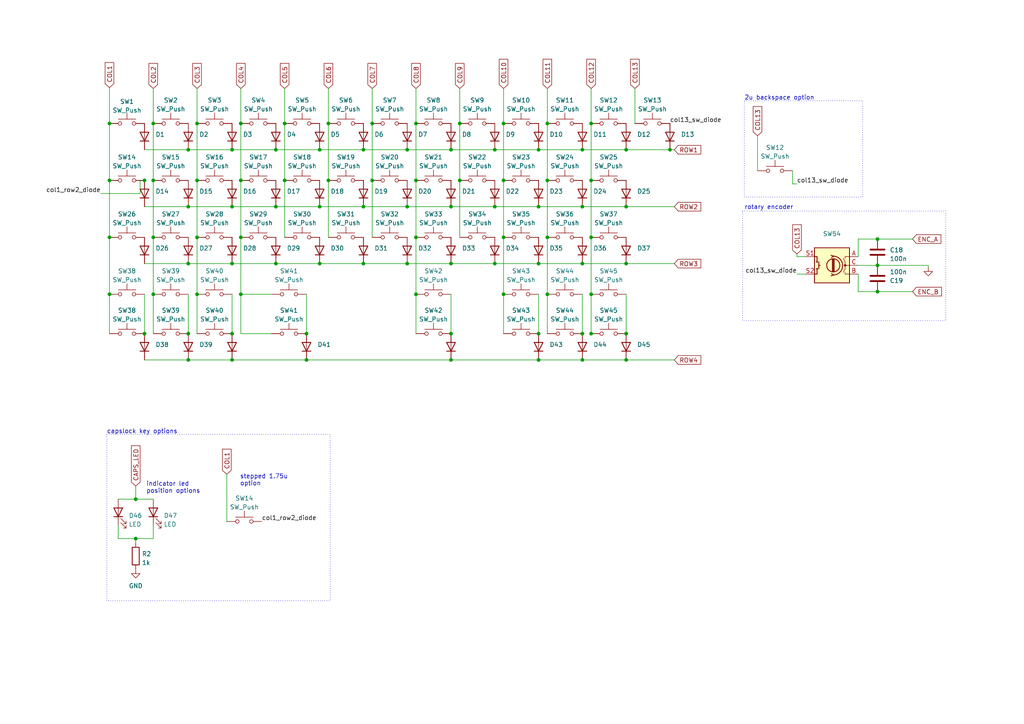
<source format=kicad_sch>
(kicad_sch (version 20230121) (generator eeschema)
  (paper "A4")
  (title_block (title "Bully2040 - MX/Alps") (date "2023-06-23") (rev "0.1") (company "sporkus"))
  (junction (at 130.81 104.394))
  (junction (at 92.71 76.454))
  (junction (at 158.75 85.344))
  (junction (at 118.11 59.944))
  (junction (at 69.85 68.834))
  (junction (at 194.31 43.434))
  (junction (at 39.37 156.21))
  (junction (at 120.65 35.814))
  (junction (at 133.35 52.324))
  (junction (at 168.91 59.944))
  (junction (at 31.75 35.814))
  (junction (at 54.61 96.774))
  (junction (at 143.51 43.434))
  (junction (at 254.508 76.962))
  (junction (at 168.91 96.774))
  (junction (at 31.75 52.324))
  (junction (at 44.45 52.324))
  (junction (at 44.45 68.834))
  (junction (at 80.01 43.434))
  (junction (at 181.61 96.774))
  (junction (at 168.91 104.394))
  (junction (at 146.05 68.834))
  (junction (at 143.51 76.454))
  (junction (at 107.95 35.814))
  (junction (at 88.9 96.774))
  (junction (at 39.37 144.78))
  (junction (at 120.65 85.344))
  (junction (at 120.65 52.324))
  (junction (at 41.91 52.324))
  (junction (at 254.508 84.582))
  (junction (at 67.31 43.434))
  (junction (at 54.61 76.454))
  (junction (at 92.71 43.434))
  (junction (at 171.45 85.344))
  (junction (at 67.31 59.944))
  (junction (at 67.31 104.394))
  (junction (at 168.91 76.454))
  (junction (at 156.21 76.454))
  (junction (at 181.61 59.944))
  (junction (at 95.25 52.324))
  (junction (at 254.508 69.342))
  (junction (at 105.41 59.944))
  (junction (at 171.45 52.324))
  (junction (at 92.71 59.944))
  (junction (at 80.01 59.944))
  (junction (at 130.81 96.774))
  (junction (at 57.15 68.834))
  (junction (at 168.91 43.434))
  (junction (at 67.31 96.774))
  (junction (at 57.15 35.814))
  (junction (at 57.15 52.324))
  (junction (at 156.21 43.434))
  (junction (at 95.25 35.814))
  (junction (at 105.41 43.434))
  (junction (at 171.45 68.834))
  (junction (at 54.61 43.434))
  (junction (at 171.45 96.774))
  (junction (at 69.85 52.324))
  (junction (at 146.05 85.344))
  (junction (at 67.31 76.454))
  (junction (at 171.45 35.814))
  (junction (at 156.21 96.774))
  (junction (at 118.11 76.454))
  (junction (at 156.21 59.944))
  (junction (at 54.61 104.394))
  (junction (at 143.51 59.944))
  (junction (at 82.55 52.324))
  (junction (at 181.61 76.454))
  (junction (at 82.55 35.814))
  (junction (at 158.75 35.814))
  (junction (at 156.21 104.394))
  (junction (at 107.95 52.324))
  (junction (at 41.91 96.774))
  (junction (at 88.9 104.394))
  (junction (at 69.85 35.814))
  (junction (at 69.85 85.344))
  (junction (at 31.75 85.344))
  (junction (at 105.41 76.454))
  (junction (at 158.75 52.324))
  (junction (at 44.45 35.814))
  (junction (at 181.61 104.394))
  (junction (at 130.81 59.944))
  (junction (at 181.61 43.434))
  (junction (at 158.75 68.834))
  (junction (at 146.05 35.814))
  (junction (at 31.75 68.834))
  (junction (at 57.15 85.344))
  (junction (at 44.45 85.344))
  (junction (at 54.61 59.944))
  (junction (at 118.11 43.434))
  (junction (at 146.05 52.324))
  (junction (at 133.35 35.814))
  (junction (at 120.65 68.834))
  (junction (at 130.81 43.434))
  (junction (at 80.01 76.454))
  (junction (at 130.81 76.454))
  (wire (pts (xy 156.21 59.944) (xy 168.91 59.944)))
  (wire (pts (xy 219.71 39.37) (xy 219.71 49.53)))
  (wire (pts (xy 95.25 25.654) (xy 95.25 35.814)))
  (wire (pts (xy 95.25 52.324) (xy 95.25 68.834)))
  (wire (pts (xy 54.61 43.434) (xy 67.31 43.434)))
  (wire (pts (xy 31.75 52.324) (xy 31.75 68.834)))
  (wire (pts (xy 133.35 35.814) (xy 133.35 52.324)))
  (wire (pts (xy 254.508 76.962) (xy 248.92 76.962)))
  (wire (pts (xy 82.55 52.324) (xy 82.55 68.834)))
  (wire (pts (xy 231.14 73.66) (xy 231.14 74.422)))
  (wire (pts (xy 39.37 157.48) (xy 39.37 156.21)))
  (wire (pts (xy 156.21 43.434) (xy 168.91 43.434)))
  (wire (pts (xy 41.91 59.944) (xy 54.61 59.944)))
  (wire (pts (xy 156.21 76.454) (xy 168.91 76.454)))
  (wire (pts (xy 54.61 85.344) (xy 54.61 96.774)))
  (wire (pts (xy 130.81 85.344) (xy 130.81 96.774)))
  (wire (pts (xy 80.01 59.944) (xy 92.71 59.944)))
  (wire (pts (xy 120.65 52.324) (xy 120.65 68.834)))
  (wire (pts (xy 156.21 85.344) (xy 156.21 96.774)))
  (wire (pts (xy 171.45 85.344) (xy 171.45 96.774)))
  (wire (pts (xy 34.29 144.78) (xy 39.37 144.78)))
  (wire (pts (xy 171.45 85.344) (xy 171.704 85.344)))
  (wire (pts (xy 39.37 144.78) (xy 44.45 144.78)))
  (wire (pts (xy 181.61 104.394) (xy 195.58 104.394)))
  (wire (pts (xy 168.91 85.344) (xy 168.91 96.774)))
  (wire (pts (xy 69.85 68.834) (xy 69.85 85.344)))
  (wire (pts (xy 120.65 35.814) (xy 120.65 52.324)))
  (wire (pts (xy 229.87 49.53) (xy 229.87 53.34)))
  (wire (pts (xy 40.64 52.324) (xy 41.91 52.324)))
  (wire (pts (xy 57.15 68.834) (xy 57.15 85.344)))
  (wire (pts (xy 41.91 85.344) (xy 41.91 96.774)))
  (wire (pts (xy 120.65 25.654) (xy 120.65 35.814)))
  (wire (pts (xy 44.45 152.4) (xy 44.45 156.21)))
  (wire (pts (xy 146.05 52.324) (xy 146.05 68.834)))
  (wire (pts (xy 130.81 59.944) (xy 143.51 59.944)))
  (wire (pts (xy 181.61 43.434) (xy 194.31 43.434)))
  (wire (pts (xy 158.75 25.654) (xy 158.75 35.814)))
  (wire (pts (xy 158.75 52.324) (xy 158.75 68.834)))
  (wire (pts (xy 31.75 25.4) (xy 31.75 35.814)))
  (wire (pts (xy 88.9 104.394) (xy 130.81 104.394)))
  (wire (pts (xy 146.05 68.834) (xy 146.05 85.344)))
  (wire (pts (xy 31.75 35.814) (xy 31.75 52.324)))
  (wire (pts (xy 171.45 35.814) (xy 171.45 52.324)))
  (wire (pts (xy 146.05 25.654) (xy 146.05 35.814)))
  (wire (pts (xy 105.41 43.434) (xy 118.11 43.434)))
  (wire (pts (xy 67.31 43.434) (xy 80.01 43.434)))
  (wire (pts (xy 39.37 140.97) (xy 39.37 144.78)))
  (wire (pts (xy 143.51 59.944) (xy 156.21 59.944)))
  (wire (pts (xy 120.65 85.344) (xy 120.65 96.774)))
  (wire (pts (xy 69.85 35.814) (xy 69.85 52.324)))
  (wire (pts (xy 254.508 84.582) (xy 248.92 84.582)))
  (wire (pts (xy 171.45 68.834) (xy 171.45 85.344)))
  (wire (pts (xy 31.75 85.344) (xy 31.75 96.774)))
  (wire (pts (xy 31.75 68.834) (xy 31.75 85.344)))
  (wire (pts (xy 254.508 84.582) (xy 264.668 84.582)))
  (wire (pts (xy 69.85 85.344) (xy 69.85 96.774)))
  (wire (pts (xy 92.71 43.434) (xy 105.41 43.434)))
  (wire (pts (xy 57.15 25.654) (xy 57.15 35.814)))
  (wire (pts (xy 65.786 137.541) (xy 65.786 151.257)))
  (wire (pts (xy 158.75 35.814) (xy 158.75 52.324)))
  (wire (pts (xy 143.51 76.454) (xy 156.21 76.454)))
  (wire (pts (xy 254.508 69.342) (xy 248.92 69.342)))
  (wire (pts (xy 67.31 104.394) (xy 88.9 104.394)))
  (wire (pts (xy 107.95 35.814) (xy 107.95 52.324)))
  (wire (pts (xy 44.45 52.324) (xy 44.45 68.834)))
  (wire (pts (xy 156.21 104.394) (xy 168.91 104.394)))
  (wire (pts (xy 181.61 76.454) (xy 195.58 76.454)))
  (wire (pts (xy 158.75 85.344) (xy 158.75 96.774)))
  (wire (pts (xy 39.37 156.21) (xy 44.45 156.21)))
  (wire (pts (xy 69.85 96.774) (xy 78.74 96.774)))
  (wire (pts (xy 195.58 43.434) (xy 194.31 43.434)))
  (wire (pts (xy 118.11 43.434) (xy 130.81 43.434)))
  (wire (pts (xy 67.31 85.344) (xy 67.31 96.774)))
  (wire (pts (xy 146.05 85.344) (xy 146.05 96.774)))
  (wire (pts (xy 118.11 59.944) (xy 130.81 59.944)))
  (wire (pts (xy 269.24 76.962) (xy 254.508 76.962)))
  (wire (pts (xy 171.45 25.654) (xy 171.45 35.814)))
  (wire (pts (xy 88.9 85.344) (xy 88.9 96.774)))
  (wire (pts (xy 248.92 69.342) (xy 248.92 74.422)))
  (wire (pts (xy 54.61 76.454) (xy 67.31 76.454)))
  (wire (pts (xy 118.11 76.454) (xy 130.81 76.454)))
  (wire (pts (xy 146.05 35.814) (xy 146.05 52.324)))
  (wire (pts (xy 229.87 53.34) (xy 231.14 53.34)))
  (wire (pts (xy 82.55 35.814) (xy 82.55 52.324)))
  (wire (pts (xy 57.15 52.324) (xy 57.15 68.834)))
  (wire (pts (xy 107.95 52.324) (xy 107.95 68.834)))
  (wire (pts (xy 130.81 76.454) (xy 143.51 76.454)))
  (wire (pts (xy 171.45 96.774) (xy 171.704 96.774)))
  (wire (pts (xy 41.91 43.434) (xy 54.61 43.434)))
  (wire (pts (xy 248.92 79.502) (xy 248.92 84.582)))
  (wire (pts (xy 184.15 25.654) (xy 184.15 35.814)))
  (wire (pts (xy 269.24 77.47) (xy 269.24 76.962)))
  (wire (pts (xy 41.91 104.394) (xy 54.61 104.394)))
  (wire (pts (xy 130.81 43.434) (xy 143.51 43.434)))
  (wire (pts (xy 181.61 85.344) (xy 181.61 96.774)))
  (wire (pts (xy 120.65 68.834) (xy 120.65 85.344)))
  (wire (pts (xy 57.15 85.344) (xy 57.15 96.774)))
  (wire (pts (xy 67.31 76.454) (xy 80.01 76.454)))
  (wire (pts (xy 44.45 85.344) (xy 44.45 96.774)))
  (wire (pts (xy 80.01 76.454) (xy 92.71 76.454)))
  (wire (pts (xy 82.55 25.654) (xy 82.55 35.814)))
  (wire (pts (xy 44.45 35.814) (xy 44.45 52.324)))
  (wire (pts (xy 130.81 104.394) (xy 156.21 104.394)))
  (wire (pts (xy 158.75 68.834) (xy 158.75 85.344)))
  (wire (pts (xy 54.61 59.944) (xy 67.31 59.944)))
  (wire (pts (xy 41.91 76.454) (xy 54.61 76.454)))
  (wire (pts (xy 67.31 59.944) (xy 80.01 59.944)))
  (wire (pts (xy 143.51 43.434) (xy 156.21 43.434)))
  (wire (pts (xy 168.91 43.434) (xy 181.61 43.434)))
  (wire (pts (xy 92.71 59.944) (xy 105.41 59.944)))
  (wire (pts (xy 133.35 25.654) (xy 133.35 35.814)))
  (wire (pts (xy 105.41 59.944) (xy 118.11 59.944)))
  (wire (pts (xy 133.35 52.324) (xy 133.35 68.834)))
  (wire (pts (xy 105.41 76.454) (xy 118.11 76.454)))
  (wire (pts (xy 168.91 76.454) (xy 181.61 76.454)))
  (wire (pts (xy 80.01 43.434) (xy 92.71 43.434)))
  (wire (pts (xy 168.91 104.394) (xy 181.61 104.394)))
  (wire (pts (xy 92.71 76.454) (xy 105.41 76.454)))
  (wire (pts (xy 40.64 56.134) (xy 40.64 52.324)))
  (wire (pts (xy 95.25 35.814) (xy 95.25 52.324)))
  (wire (pts (xy 69.85 25.654) (xy 69.85 35.814)))
  (wire (pts (xy 34.29 152.4) (xy 34.29 156.21)))
  (wire (pts (xy 231.14 74.422) (xy 233.68 74.422)))
  (wire (pts (xy 44.45 68.834) (xy 44.45 85.344)))
  (wire (pts (xy 107.95 25.654) (xy 107.95 35.814)))
  (wire (pts (xy 69.85 85.344) (xy 78.74 85.344)))
  (wire (pts (xy 181.61 59.944) (xy 195.58 59.944)))
  (wire (pts (xy 44.45 25.654) (xy 44.45 35.814)))
  (wire (pts (xy 69.85 52.324) (xy 69.85 68.834)))
  (wire (pts (xy 54.61 104.394) (xy 67.31 104.394)))
  (wire (pts (xy 57.15 35.814) (xy 57.15 52.324)))
  (wire (pts (xy 29.21 56.134) (xy 40.64 56.134)))
  (wire (pts (xy 34.29 156.21) (xy 39.37 156.21)))
  (wire (pts (xy 171.45 52.324) (xy 171.45 68.834)))
  (wire (pts (xy 231.14 79.502) (xy 233.68 79.502)))
  (wire (pts (xy 254.508 69.342) (xy 264.668 69.342)))
  (wire (pts (xy 168.91 59.944) (xy 181.61 59.944)))
  (rectangle (start 215.392 61.214) (end 274.32 92.964) (stroke (width 0) (type dot)))
  (rectangle (start 30.988 125.984) (end 95.758 174.244) (stroke (width 0) (type dot)))
  (rectangle (start 215.9 29.21) (end 250.19 57.15) (stroke (width 0) (type dot)))
  (text "rotary encoder" (at 215.9 60.96 0) (effects (font (size 1.27 1.27)) (justify left bottom)))
  (text "capslock key options" (at 30.988 125.984 0) (effects (font (size 1.27 1.27)) (justify left bottom)))
  (text "indicator led\nposition options" (at 42.418 143.256 0) (effects (font (size 1.27 1.27)) (justify left bottom)))
  (text "2u backspace option" (at 215.9 29.21 0) (effects (font (size 1.27 1.27)) (justify left bottom)))
  (text "stepped 1.75u\noption" (at 69.596 141.097 0) (effects (font (size 1.27 1.27)) (justify left bottom)))
  (label "col13_sw_diode" (at 194.31 35.814 0))
  (label "col13_sw_diode" (at 231.14 79.502 180))
  (label "col13_sw_diode" (at 231.14 53.34 0))
  (label "col1_row2_diode" (at 75.946 151.257 0))
  (label "col1_row2_diode" (at 29.21 56.134 180))
  (global_label "COL1" (shape input) (at 31.75 25.4 90) (property "Intersheetrefs" "${INTERSHEET_REFS}" (effects hide)))
  (global_label "COL10" (shape input) (at 146.05 25.654 90) (property "Intersheetrefs" "${INTERSHEET_REFS}" (effects hide)))
  (global_label "ROW1" (shape input) (at 195.58 43.434 0) (property "Intersheetrefs" "${INTERSHEET_REFS}" (effects hide)))
  (global_label "COL6" (shape input) (at 95.25 25.654 90) (property "Intersheetrefs" "${INTERSHEET_REFS}" (effects hide)))
  (global_label "ROW4" (shape input) (at 195.58 104.394 0) (property "Intersheetrefs" "${INTERSHEET_REFS}" (effects hide)))
  (global_label "ROW2" (shape input) (at 195.58 59.944 0) (property "Intersheetrefs" "${INTERSHEET_REFS}" (effects hide)))
  (global_label "COL5" (shape input) (at 82.55 25.654 90) (property "Intersheetrefs" "${INTERSHEET_REFS}" (effects hide)))
  (global_label "ENC_B" (shape input) (at 264.668 84.582 0) (property "Intersheetrefs" "${INTERSHEET_REFS}" (effects hide)))
  (global_label "COL13" (shape input) (at 219.71 39.37 90) (property "Intersheetrefs" "${INTERSHEET_REFS}" (effects hide)))
  (global_label "COL8" (shape input) (at 120.65 25.654 90) (property "Intersheetrefs" "${INTERSHEET_REFS}" (effects hide)))
  (global_label "COL9" (shape input) (at 133.35 25.654 90) (property "Intersheetrefs" "${INTERSHEET_REFS}" (effects hide)))
  (global_label "COL13" (shape input) (at 231.14 73.66 90) (property "Intersheetrefs" "${INTERSHEET_REFS}" (effects hide)))
  (global_label "CAPS_LED" (shape input) (at 39.37 140.97 90) (property "Intersheetrefs" "${INTERSHEET_REFS}" (effects hide)))
  (global_label "COL7" (shape input) (at 107.95 25.654 90) (property "Intersheetrefs" "${INTERSHEET_REFS}" (effects hide)))
  (global_label "COL4" (shape input) (at 69.85 25.654 90) (property "Intersheetrefs" "${INTERSHEET_REFS}" (effects hide)))
  (global_label "COL12" (shape input) (at 171.45 25.654 90) (property "Intersheetrefs" "${INTERSHEET_REFS}" (effects hide)))
  (global_label "ENC_A" (shape input) (at 264.668 69.342 0) (property "Intersheetrefs" "${INTERSHEET_REFS}" (effects hide)))
  (global_label "COL1" (shape input) (at 65.786 137.541 90) (property "Intersheetrefs" "${INTERSHEET_REFS}" (effects hide)))
  (global_label "COL11" (shape input) (at 158.75 25.654 90) (property "Intersheetrefs" "${INTERSHEET_REFS}" (effects hide)))
  (global_label "COL13" (shape input) (at 184.15 25.654 90) (property "Intersheetrefs" "${INTERSHEET_REFS}" (effects hide)))
  (global_label "ROW3" (shape input) (at 195.58 76.454 0) (property "Intersheetrefs" "${INTERSHEET_REFS}" (effects hide)))
  (global_label "COL2" (shape input) (at 44.45 25.654 90) (property "Intersheetrefs" "${INTERSHEET_REFS}" (effects hide)))
  (global_label "COL3" (shape input) (at 57.15 25.654 90) (property "Intersheetrefs" "${INTERSHEET_REFS}" (effects hide)))
  (symbol (lib_id "Diode:1N4148W") (at 118.11 56.134 90) (unit 1)
    (property "Reference" "D20" (at 121.285 55.499 90) (effects (justify right)))
    (property "Value" "1N4148W" (effects hide))
    (property "Footprint" "Diode_SMD:D_SOD-123" (effects hide))
    (property "Datasheet" "https://www.vishay.com/docs/85748/1n4148w.pdf" (effects hide))
    (property "Sim.Device" "D" (effects hide))
    (property "Sim.Pins" "1=K 2=A" (effects hide))
    (property "LCSC" "C81598" (effects hide))
    (instances (project "bully" (path "" (reference "D20") (unit 1)) (path "" (reference "D65") (unit 1))) (project "bully" (path "" (reference "D20") (unit 1))))
  )
  (symbol (lib_id "Diode:1N4148W") (at 41.91 100.584 90) (unit 1)
    (property "Reference" "D38" (at 45.085 99.949 90) (effects (justify right)))
    (property "Value" "1N4148W" (effects hide))
    (property "Footprint" "Diode_SMD:D_SOD-123" (effects hide))
    (property "Datasheet" "https://www.vishay.com/docs/85748/1n4148w.pdf" (effects hide))
    (property "Sim.Device" "D" (effects hide))
    (property "Sim.Pins" "1=K 2=A" (effects hide))
    (property "LCSC" "C81598" (effects hide))
    (instances (project "bully" (path "" (reference "D38") (unit 1)) (path "" (reference "D83") (unit 1))) (project "bully" (path "" (reference "D38") (unit 1))))
  )
  (symbol (lib_id "Diode:1N4148W") (at 130.81 100.584 90) (unit 1)
    (property "Reference" "D42" (effects hide))
    (property "Value" "1N4148W" (effects hide))
    (property "Footprint" "Diode_SMD:D_SOD-123" (effects hide))
    (property "Datasheet" "https://www.vishay.com/docs/85748/1n4148w.pdf" (effects hide))
    (property "Sim.Device" "D" (effects hide))
    (property "Sim.Pins" "1=K 2=A" (effects hide))
    (property "LCSC" "C81598" (effects hide))
    (instances (project "bully" (path "" (reference "D42") (unit 1)) (path "" (reference "D87") (unit 1))) (project "bully" (path "" (reference "D42") (unit 1))))
  )
  (symbol (lib_id "Diode:1N4148W") (at 80.01 72.644 90) (unit 1)
    (property "Reference" "D29" (at 83.185 72.009 90) (effects (justify right)))
    (property "Value" "1N4148W" (effects hide))
    (property "Footprint" "Diode_SMD:D_SOD-123" (effects hide))
    (property "Datasheet" "https://www.vishay.com/docs/85748/1n4148w.pdf" (effects hide))
    (property "Sim.Device" "D" (effects hide))
    (property "Sim.Pins" "1=K 2=A" (effects hide))
    (property "LCSC" "C81598" (effects hide))
    (instances (project "bully" (path "" (reference "D29") (unit 1)) (path "" (reference "D74") (unit 1))) (project "bully" (path "" (reference "D29") (unit 1))))
  )
  (symbol (lib_id "Switch:SW_Push") (at 62.23 35.814 0) (unit 1)
    (property "Reference" "SW3" (at 62.23 29.083 0))
    (property "Value" "SW_Push" (at 62.23 31.623 0))
    (property "Footprint" "MX_Alps_Hybrid:MX-Alps-Hybrid-1U" (effects hide))
    (instances (project "bully" (path "" (reference "SW3") (unit 1)) (path "" (reference "SW48") (unit 1))) (project "bully" (path "" (reference "SW3") (unit 1))))
  )
  (symbol (lib_id "Switch:SW_Push") (at 125.73 85.344 0) (unit 1)
    (property "Reference" "SW42" (at 125.73 78.613 0))
    (property "Value" "SW_Push" (at 125.73 81.153 0))
    (property "Footprint" "MX_Alps_Hybrid:MX-Alps-Hybrid-3U-ReversedStabilizers" (effects hide))
    (instances (project "bully" (path "" (reference "SW42") (unit 1)) (path "" (reference "SW87") (unit 1))) (project "bully" (path "" (reference "SW42") (unit 1))))
  )
  (symbol (lib_id "Diode:1N4148W") (at 156.21 39.624 90) (unit 1)
    (property "Reference" "D10" (at 159.385 38.989 90) (effects (justify right)))
    (property "Value" "1N4148W" (effects hide))
    (property "Footprint" "Diode_SMD:D_SOD-123" (effects hide))
    (property "Datasheet" "https://www.vishay.com/docs/85748/1n4148w.pdf" (effects hide))
    (property "Sim.Device" "D" (effects hide))
    (property "Sim.Pins" "1=K 2=A" (effects hide))
    (property "LCSC" "C81598" (effects hide))
    (instances (project "bully" (path "" (reference "D10") (unit 1)) (path "" (reference "D55") (unit 1))) (project "bully" (path "" (reference "D10") (unit 1))))
  )
  (symbol (lib_id "Switch:SW_Push") (at 151.13 68.834 0) (unit 1)
    (property "Reference" "SW35" (at 151.13 62.103 0))
    (property "Value" "SW_Push" (at 151.13 64.643 0))
    (property "Footprint" "MX_Alps_Hybrid:MX-Alps-Hybrid-1U" (effects hide))
    (instances (project "bully" (path "" (reference "SW35") (unit 1)) (path "" (reference "SW80") (unit 1))) (project "bully" (path "" (reference "SW35") (unit 1))))
  )
  (symbol (lib_id "Diode:1N4148W") (at 181.61 56.134 90) (unit 1)
    (property "Reference" "D25" (at 184.785 55.499 90) (effects (justify right)))
    (property "Value" "1N4148W" (effects hide))
    (property "Footprint" "Diode_SMD:D_SOD-123" (effects hide))
    (property "Datasheet" "https://www.vishay.com/docs/85748/1n4148w.pdf" (effects hide))
    (property "Sim.Device" "D" (effects hide))
    (property "Sim.Pins" "1=K 2=A" (effects hide))
    (property "LCSC" "C81598" (effects hide))
    (instances (project "bully" (path "" (reference "D25") (unit 1)) (path "" (reference "D70") (unit 1))) (project "bully" (path "" (reference "D25") (unit 1))))
  )
  (symbol (lib_id "Diode:1N4148W") (at 156.21 72.644 90) (unit 1)
    (property "Reference" "D35" (at 159.385 72.009 90) (effects (justify right)))
    (property "Value" "1N4148W" (effects hide))
    (property "Footprint" "Diode_SMD:D_SOD-123" (effects hide))
    (property "Datasheet" "https://www.vishay.com/docs/85748/1n4148w.pdf" (effects hide))
    (property "Sim.Device" "D" (effects hide))
    (property "Sim.Pins" "1=K 2=A" (effects hide))
    (property "LCSC" "C81598" (effects hide))
    (instances (project "bully" (path "" (reference "D35") (unit 1)) (path "" (reference "D80") (unit 1))) (project "bully" (path "" (reference "D35") (unit 1))))
  )
  (symbol (lib_id "Diode:1N4148W") (at 54.61 100.584 90) (unit 1)
    (property "Reference" "D39" (at 57.785 99.949 90) (effects (justify right)))
    (property "Value" "1N4148W" (effects hide))
    (property "Footprint" "Diode_SMD:D_SOD-123" (effects hide))
    (property "Datasheet" "https://www.vishay.com/docs/85748/1n4148w.pdf" (effects hide))
    (property "Sim.Device" "D" (effects hide))
    (property "Sim.Pins" "1=K 2=A" (effects hide))
    (property "LCSC" "C81598" (effects hide))
    (instances (project "bully" (path "" (reference "D39") (unit 1)) (path "" (reference "D84") (unit 1))) (project "bully" (path "" (reference "D39") (unit 1))))
  )
  (symbol (lib_id "Device:C") (at 254.508 80.772 0) (mirror x) (unit 1)
    (property "Reference" "C19" (at 258.064 81.407 0) (effects (justify left)))
    (property "Value" "100n" (at 258.064 78.867 0) (effects (justify left)))
    (property "Footprint" "Capacitor_SMD:C_0402_1005Metric" (effects hide))
  )
  (symbol (lib_id "Diode:1N4148W") (at 105.41 72.644 90) (unit 1)
    (property "Reference" "D31" (at 108.585 72.009 90) (effects (justify right)))
    (property "Value" "1N4148W" (effects hide))
    (property "Footprint" "Diode_SMD:D_SOD-123" (effects hide))
    (property "Datasheet" "https://www.vishay.com/docs/85748/1n4148w.pdf" (effects hide))
    (property "Sim.Device" "D" (effects hide))
    (property "Sim.Pins" "1=K 2=A" (effects hide))
    (property "LCSC" "C81598" (effects hide))
    (instances (project "bully" (path "" (reference "D31") (unit 1)) (path "" (reference "D76") (unit 1))) (project "bully" (path "" (reference "D31") (unit 1))))
  )
  (symbol (lib_id "Switch:SW_Push") (at 163.83 68.834 0) (unit 1)
    (property "Reference" "SW36" (at 163.83 62.103 0))
    (property "Value" "SW_Push" (at 163.83 64.643 0))
    (property "Footprint" "MX_Alps_Hybrid:MX-Alps-Hybrid-1U" (effects hide))
    (instances (project "bully" (path "" (reference "SW36") (unit 1)) (path "" (reference "SW81") (unit 1))) (project "bully" (path "" (reference "SW36") (unit 1))))
  )
  (symbol (lib_id "Diode:1N4148W") (at 156.21 100.584 90) (unit 1)
    (property "Reference" "D43" (at 159.385 99.949 90) (effects (justify right)))
    (property "Value" "1N4148W" (effects hide))
    (property "Footprint" "Diode_SMD:D_SOD-123" (effects hide))
    (property "Datasheet" "https://www.vishay.com/docs/85748/1n4148w.pdf" (effects hide))
    (property "Sim.Device" "D" (effects hide))
    (property "Sim.Pins" "1=K 2=A" (effects hide))
    (property "LCSC" "C81598" (effects hide))
    (instances (project "bully" (path "" (reference "D43") (unit 1)) (path "" (reference "D88") (unit 1))) (project "bully" (path "" (reference "D43") (unit 1))))
  )
  (symbol (lib_id "Diode:1N4148W") (at 130.81 56.134 90) (unit 1)
    (property "Reference" "D21" (at 133.985 55.499 90) (effects (justify right)))
    (property "Value" "1N4148W" (effects hide))
    (property "Footprint" "Diode_SMD:D_SOD-123" (effects hide))
    (property "Datasheet" "https://www.vishay.com/docs/85748/1n4148w.pdf" (effects hide))
    (property "Sim.Device" "D" (effects hide))
    (property "Sim.Pins" "1=K 2=A" (effects hide))
    (property "LCSC" "C81598" (effects hide))
    (instances (project "bully" (path "" (reference "D21") (unit 1)) (path "" (reference "D66") (unit 1))) (project "bully" (path "" (reference "D21") (unit 1))))
  )
  (symbol (lib_id "Switch:SW_Push") (at 36.83 35.814 0) (unit 1)
    (property "Reference" "SW1" (at 36.83 29.464 0))
    (property "Value" "SW_Push" (at 36.83 32.004 0))
    (property "Footprint" "MX_Alps_Hybrid:MX-Alps-Hybrid-1.5U" (effects hide))
    (instances (project "bully" (path "" (reference "SW1") (unit 1)) (path "" (reference "SW46") (unit 1))) (project "bully" (path "" (reference "SW1") (unit 1))))
  )
  (symbol (lib_id "Switch:SW_Push") (at 49.53 96.774 0) (mirror y) (unit 1)
    (property "Reference" "SW39" (at 49.53 90.043 0))
    (property "Value" "SW_Push" (at 49.53 92.583 0))
    (property "Footprint" "MX_Alps_Hybrid:MX-Alps-Hybrid-1.25U" (effects hide))
    (instances (project "bully" (path "" (reference "SW39") (unit 1)) (path "" (reference "SW84") (unit 1))) (project "bully" (path "" (reference "SW47") (unit 1))))
  )
  (symbol (lib_id "Switch:SW_Push") (at 70.866 151.257 0) (mirror y) (unit 1)
    (property "Reference" "SW14" (at 70.866 144.526 0))
    (property "Value" "SW_Push" (at 70.866 147.066 0))
    (property "Footprint" "MX_Solderable:MX-Solderable-1.25U" (effects hide))
    (instances (project "bully" (path "" (reference "SW14") (unit 1)) (path "" (reference "SW59") (unit 1))) (project "bully" (path "" (reference "SW55") (unit 1))))
  )
  (symbol (lib_id "Diode:1N4148W") (at 67.31 100.584 90) (unit 1)
    (property "Reference" "D40" (effects hide))
    (property "Value" "1N4148W" (effects hide))
    (property "Footprint" "Diode_SMD:D_SOD-123" (effects hide))
    (property "Datasheet" "https://www.vishay.com/docs/85748/1n4148w.pdf" (effects hide))
    (property "Sim.Device" "D" (effects hide))
    (property "Sim.Pins" "1=K 2=A" (effects hide))
    (property "LCSC" "C81598" (effects hide))
    (instances (project "bully" (path "" (reference "D40") (unit 1)) (path "" (reference "D85") (unit 1))) (project "bully" (path "" (reference "D40") (unit 1))))
  )
  (symbol (lib_id "Switch:SW_Push") (at 36.83 52.324 0) (unit 1)
    (property "Reference" "SW14" (at 36.83 45.593 0))
    (property "Value" "SW_Push" (at 36.83 48.133 0))
    (property "Footprint" "MX_Alps_Hybrid:MX-Alps-Hybrid-1.75U" (effects hide))
    (instances (project "bully" (path "" (reference "SW14") (unit 1)) (path "" (reference "SW59") (unit 1))) (project "bully" (path "" (reference "SW14") (unit 1))))
  )
  (symbol (lib_id "Switch:SW_Push") (at 74.93 68.834 0) (unit 1)
    (property "Reference" "SW29" (at 74.93 62.103 0))
    (property "Value" "SW_Push" (at 74.93 64.643 0))
    (property "Footprint" "MX_Alps_Hybrid:MX-Alps-Hybrid-1U" (effects hide))
    (instances (project "bully" (path "" (reference "SW29") (unit 1)) (path "" (reference "SW74") (unit 1))) (project "bully" (path "" (reference "SW29") (unit 1))))
  )
  (symbol (lib_id "Diode:1N4148W") (at 41.91 56.134 90) (unit 1)
    (property "Reference" "D14" (at 45.085 55.499 90) (effects (justify right)))
    (property "Value" "1N4148W" (effects hide))
    (property "Footprint" "Diode_SMD:D_SOD-123" (effects hide))
    (property "Datasheet" "https://www.vishay.com/docs/85748/1n4148w.pdf" (effects hide))
    (property "Sim.Device" "D" (effects hide))
    (property "Sim.Pins" "1=K 2=A" (effects hide))
    (property "LCSC" "C81598" (effects hide))
    (instances (project "bully" (path "" (reference "D14") (unit 1)) (path "" (reference "D59") (unit 1))) (project "bully" (path "" (reference "D14") (unit 1))))
  )
  (symbol (lib_id "Switch:SW_Push") (at 83.82 85.344 0) (unit 1)
    (property "Reference" "SW41" (at 83.82 78.613 0))
    (property "Value" "SW_Push" (at 83.82 81.153 0))
    (property "Footprint" "MX_Alps_Hybrid:MX-Alps-Hybrid-3U-ReversedStabilizers" (effects hide))
    (instances (project "bully" (path "" (reference "SW41") (unit 1)) (path "" (reference "SW86") (unit 1))) (project "bully" (path "" (reference "SW41") (unit 1))))
  )
  (symbol (lib_id "Switch:SW_Push") (at 100.33 35.814 0) (unit 1)
    (property "Reference" "SW6" (at 100.33 29.083 0))
    (property "Value" "SW_Push" (at 100.33 31.623 0))
    (property "Footprint" "MX_Alps_Hybrid:MX-Alps-Hybrid-1U" (effects hide))
    (instances (project "bully" (path "" (reference "SW6") (unit 1)) (path "" (reference "SW51") (unit 1))) (project "bully" (path "" (reference "SW6") (unit 1))))
  )
  (symbol (lib_id "Diode:1N4148W") (at 92.71 56.134 90) (unit 1)
    (property "Reference" "D18" (at 95.885 55.499 90) (effects (justify right)))
    (property "Value" "1N4148W" (effects hide))
    (property "Footprint" "Diode_SMD:D_SOD-123" (effects hide))
    (property "Datasheet" "https://www.vishay.com/docs/85748/1n4148w.pdf" (effects hide))
    (property "Sim.Device" "D" (effects hide))
    (property "Sim.Pins" "1=K 2=A" (effects hide))
    (property "LCSC" "C81598" (effects hide))
    (instances (project "bully" (path "" (reference "D18") (unit 1)) (path "" (reference "D63") (unit 1))) (project "bully" (path "" (reference "D18") (unit 1))))
  )
  (symbol (lib_id "Switch:SW_Push") (at 176.53 52.324 0) (unit 1)
    (property "Reference" "SW25" (at 176.53 45.593 0))
    (property "Value" "SW_Push" (at 176.53 48.133 0))
    (property "Footprint" "MX_Alps_Hybrid:MX-Alps-Hybrid-1.75U" (effects hide))
    (instances (project "bully" (path "" (reference "SW25") (unit 1)) (path "" (reference "SW70") (unit 1))) (project "bully" (path "" (reference "SW25") (unit 1))))
  )
  (symbol (lib_id "Switch:SW_Push") (at 62.23 96.774 0) (mirror y) (unit 1)
    (property "Reference" "SW40" (at 62.23 90.043 0))
    (property "Value" "SW_Push" (at 62.23 92.583 0))
    (property "Footprint" "MX_Alps_Hybrid:MX-Alps-Hybrid-1.5U" (effects hide))
    (instances (project "bully" (path "" (reference "SW40") (unit 1)) (path "" (reference "SW85") (unit 1))) (project "bully" (path "" (reference "SW48") (unit 1))))
  )
  (symbol (lib_id "Switch:SW_Push") (at 49.53 52.324 0) (unit 1)
    (property "Reference" "SW15" (at 49.53 45.593 0))
    (property "Value" "SW_Push" (at 49.53 48.133 0))
    (property "Footprint" "MX_Alps_Hybrid:MX-Alps-Hybrid-1U" (effects hide))
    (instances (project "bully" (path "" (reference "SW15") (unit 1)) (path "" (reference "SW60") (unit 1))) (project "bully" (path "" (reference "SW15") (unit 1))))
  )
  (symbol (lib_id "Switch:SW_Push") (at 113.03 52.324 0) (unit 1)
    (property "Reference" "SW20" (at 113.03 45.593 0))
    (property "Value" "SW_Push" (at 113.03 48.133 0))
    (property "Footprint" "MX_Alps_Hybrid:MX-Alps-Hybrid-1U" (effects hide))
    (instances (project "bully" (path "" (reference "SW20") (unit 1)) (path "" (reference "SW65") (unit 1))) (project "bully" (path "" (reference "SW20") (unit 1))))
  )
  (symbol (lib_id "Diode:1N4148W") (at 168.91 72.644 90) (unit 1)
    (property "Reference" "D36" (at 172.085 72.009 90) (effects (justify right)))
    (property "Value" "1N4148W" (effects hide))
    (property "Footprint" "Diode_SMD:D_SOD-123" (effects hide))
    (property "Datasheet" "https://www.vishay.com/docs/85748/1n4148w.pdf" (effects hide))
    (property "Sim.Device" "D" (effects hide))
    (property "Sim.Pins" "1=K 2=A" (effects hide))
    (property "LCSC" "C81598" (effects hide))
    (instances (project "bully" (path "" (reference "D36") (unit 1)) (path "" (reference "D81") (unit 1))) (project "bully" (path "" (reference "D36") (unit 1))))
  )
  (symbol (lib_id "Diode:1N4148W") (at 130.81 72.644 90) (unit 1)
    (property "Reference" "D33" (at 133.985 72.009 90) (effects (justify right)))
    (property "Value" "1N4148W" (effects hide))
    (property "Footprint" "Diode_SMD:D_SOD-123" (effects hide))
    (property "Datasheet" "https://www.vishay.com/docs/85748/1n4148w.pdf" (effects hide))
    (property "Sim.Device" "D" (effects hide))
    (property "Sim.Pins" "1=K 2=A" (effects hide))
    (property "LCSC" "C81598" (effects hide))
    (instances (project "bully" (path "" (reference "D33") (unit 1)) (path "" (reference "D78") (unit 1))) (project "bully" (path "" (reference "D33") (unit 1))))
  )
  (symbol (lib_id "Diode:1N4148W") (at 156.21 56.134 90) (unit 1)
    (property "Reference" "D23" (at 159.385 55.499 90) (effects (justify right)))
    (property "Value" "1N4148W" (effects hide))
    (property "Footprint" "Diode_SMD:D_SOD-123" (effects hide))
    (property "Datasheet" "https://www.vishay.com/docs/85748/1n4148w.pdf" (effects hide))
    (property "Sim.Device" "D" (effects hide))
    (property "Sim.Pins" "1=K 2=A" (effects hide))
    (property "LCSC" "C81598" (effects hide))
    (instances (project "bully" (path "" (reference "D23") (unit 1)) (path "" (reference "D68") (unit 1))) (project "bully" (path "" (reference "D23") (unit 1))))
  )
  (symbol (lib_id "Device:R") (at 39.37 161.29 0) (unit 1)
    (property "Reference" "R2" (at 41.148 160.655 0) (effects (justify left)))
    (property "Value" "1k" (at 41.148 163.195 0) (effects (justify left)))
    (property "Footprint" "Resistor_SMD:R_0805_2012Metric" (effects hide))
  )
  (symbol (lib_id "Switch:SW_Push") (at 83.82 96.774 0) (unit 1)
    (property "Reference" "SW41" (at 83.82 90.043 0))
    (property "Value" "SW_Push" (at 83.82 92.583 0))
    (property "Footprint" "MX_Alps_Hybrid:MX-Alps-Hybrid-2.25U-ReversedStabilizers" (effects hide))
    (instances (project "bully" (path "" (reference "SW41") (unit 1)) (path "" (reference "SW86") (unit 1))) (project "bully" (path "" (reference "SW49") (unit 1))))
  )
  (symbol (lib_id "Diode:1N4148W") (at 80.01 39.624 90) (unit 1)
    (property "Reference" "D4" (at 83.185 38.989 90) (effects (justify right)))
    (property "Value" "1N4148W" (effects hide))
    (property "Footprint" "Diode_SMD:D_SOD-123" (effects hide))
    (property "Datasheet" "https://www.vishay.com/docs/85748/1n4148w.pdf" (effects hide))
    (property "Sim.Device" "D" (effects hide))
    (property "Sim.Pins" "1=K 2=A" (effects hide))
    (property "LCSC" "C81598" (effects hide))
    (instances (project "bully" (path "" (reference "D4") (unit 1)) (path "" (reference "D49") (unit 1))) (project "bully" (path "" (reference "D4") (unit 1))))
  )
  (symbol (lib_id "Diode:1N4148W") (at 67.31 39.624 90) (unit 1)
    (property "Reference" "D3" (at 70.485 38.989 90) (effects (justify right)))
    (property "Value" "1N4148W" (effects hide))
    (property "Footprint" "Diode_SMD:D_SOD-123" (effects hide))
    (property "Datasheet" "https://www.vishay.com/docs/85748/1n4148w.pdf" (effects hide))
    (property "Sim.Device" "D" (effects hide))
    (property "Sim.Pins" "1=K 2=A" (effects hide))
    (property "LCSC" "C81598" (effects hide))
    (instances (project "bully" (path "" (reference "D3") (unit 1)) (path "" (reference "D48") (unit 1))) (project "bully" (path "" (reference "D3") (unit 1))))
  )
  (symbol (lib_id "Switch:SW_Push") (at 151.13 85.344 0) (unit 1)
    (property "Reference" "SW43" (at 151.13 78.613 0))
    (property "Value" "SW_Push" (at 151.13 81.153 0))
    (property "Footprint" "MX_Alps_Hybrid:MX-Alps-Hybrid-1.25U" (effects hide))
    (instances (project "bully" (path "" (reference "SW43") (unit 1)) (path "" (reference "SW88") (unit 1))) (project "bully" (path "" (reference "SW43") (unit 1))))
  )
  (symbol (lib_id "Switch:SW_Push") (at 36.83 85.344 0) (unit 1)
    (property "Reference" "SW38" (at 36.83 78.613 0))
    (property "Value" "SW_Push" (at 36.83 81.153 0))
    (property "Footprint" "MX_Alps_Hybrid:MX-Alps-Hybrid-1.25U" (effects hide))
    (instances (project "bully" (path "" (reference "SW38") (unit 1)) (path "" (reference "SW83") (unit 1))) (project "bully" (path "" (reference "SW38") (unit 1))))
  )
  (symbol (lib_id "Switch:SW_Push") (at 100.33 52.324 0) (unit 1)
    (property "Reference" "SW19" (at 100.33 45.593 0))
    (property "Value" "SW_Push" (at 100.33 48.133 0))
    (property "Footprint" "MX_Alps_Hybrid:MX-Alps-Hybrid-1U" (effects hide))
    (instances (project "bully" (path "" (reference "SW19") (unit 1)) (path "" (reference "SW64") (unit 1))) (project "bully" (path "" (reference "SW19") (unit 1))))
  )
  (symbol (lib_id "Switch:SW_Push") (at 224.79 49.53 0) (mirror y) (unit 1)
    (property "Reference" "SW12" (at 224.79 42.799 0))
    (property "Value" "SW_Push" (at 224.79 45.339 0))
    (property "Footprint" "MX_Alps_Hybrid:MX-Alps-Hybrid-1U" (effects hide))
    (instances (project "bully" (path "" (reference "SW12") (unit 1)) (path "" (reference "SW57") (unit 1))) (project "bully" (path "" (reference "SW56") (unit 1))))
  )
  (symbol (lib_id "Diode:1N4148W") (at 168.91 39.624 90) (unit 1)
    (property "Reference" "D11" (at 172.085 38.989 90) (effects (justify right)))
    (property "Value" "1N4148W" (effects hide))
    (property "Footprint" "Diode_SMD:D_SOD-123" (effects hide))
    (property "Datasheet" "https://www.vishay.com/docs/85748/1n4148w.pdf" (effects hide))
    (property "Sim.Device" "D" (effects hide))
    (property "Sim.Pins" "1=K 2=A" (effects hide))
    (property "LCSC" "C81598" (effects hide))
    (instances (project "bully" (path "" (reference "D11") (unit 1)) (path "" (reference "D56") (unit 1))) (project "bully" (path "" (reference "D11") (unit 1))))
  )
  (symbol (lib_id "Diode:1N4148W") (at 143.51 56.134 90) (unit 1)
    (property "Reference" "D22" (at 146.685 55.499 90) (effects (justify right)))
    (property "Value" "1N4148W" (effects hide))
    (property "Footprint" "Diode_SMD:D_SOD-123" (effects hide))
    (property "Datasheet" "https://www.vishay.com/docs/85748/1n4148w.pdf" (effects hide))
    (property "Sim.Device" "D" (effects hide))
    (property "Sim.Pins" "1=K 2=A" (effects hide))
    (property "LCSC" "C81598" (effects hide))
    (instances (project "bully" (path "" (reference "D22") (unit 1)) (path "" (reference "D67") (unit 1))) (project "bully" (path "" (reference "D22") (unit 1))))
  )
  (symbol (lib_id "Diode:1N4148W") (at 168.91 100.584 90) (unit 1)
    (property "Reference" "D44" (at 172.085 99.949 90) (effects (justify right)))
    (property "Value" "1N4148W" (effects hide))
    (property "Footprint" "Diode_SMD:D_SOD-123" (effects hide))
    (property "Datasheet" "https://www.vishay.com/docs/85748/1n4148w.pdf" (effects hide))
    (property "Sim.Device" "D" (effects hide))
    (property "Sim.Pins" "1=K 2=A" (effects hide))
    (property "LCSC" "C81598" (effects hide))
    (instances (project "bully" (path "" (reference "D44") (unit 1)) (path "" (reference "D89") (unit 1))) (project "bully" (path "" (reference "D44") (unit 1))))
  )
  (symbol (lib_id "Diode:1N4148W") (at 181.61 39.624 90) (unit 1)
    (property "Reference" "D12" (at 184.785 38.989 90) (effects (justify right)))
    (property "Value" "1N4148W" (effects hide))
    (property "Footprint" "Diode_SMD:D_SOD-123" (effects hide))
    (property "Datasheet" "https://www.vishay.com/docs/85748/1n4148w.pdf" (effects hide))
    (property "Sim.Device" "D" (effects hide))
    (property "Sim.Pins" "1=K 2=A" (effects hide))
    (property "LCSC" "C81598" (effects hide))
    (instances (project "bully" (path "" (reference "D12") (unit 1)) (path "" (reference "D57") (unit 1))) (project "bully" (path "" (reference "D12") (unit 1))))
  )
  (symbol (lib_id "Diode:1N4148W") (at 54.61 72.644 90) (unit 1)
    (property "Reference" "D27" (at 57.785 72.009 90) (effects (justify right)))
    (property "Value" "1N4148W" (effects hide))
    (property "Footprint" "Diode_SMD:D_SOD-123" (effects hide))
    (property "Datasheet" "https://www.vishay.com/docs/85748/1n4148w.pdf" (effects hide))
    (property "Sim.Device" "D" (effects hide))
    (property "Sim.Pins" "1=K 2=A" (effects hide))
    (property "LCSC" "C81598" (effects hide))
    (instances (project "bully" (path "" (reference "D27") (unit 1)) (path "" (reference "D72") (unit 1))) (project "bully" (path "" (reference "D27") (unit 1))))
  )
  (symbol (lib_id "Diode:1N4148W") (at 41.91 72.644 90) (unit 1)
    (property "Reference" "D26" (at 45.085 72.009 90) (effects (justify right)))
    (property "Value" "1N4148W" (effects hide))
    (property "Footprint" "Diode_SMD:D_SOD-123" (effects hide))
    (property "Datasheet" "https://www.vishay.com/docs/85748/1n4148w.pdf" (effects hide))
    (property "Sim.Device" "D" (effects hide))
    (property "Sim.Pins" "1=K 2=A" (effects hide))
    (property "LCSC" "C81598" (effects hide))
    (instances (project "bully" (path "" (reference "D26") (unit 1)) (path "" (reference "D71") (unit 1))) (project "bully" (path "" (reference "D26") (unit 1))))
  )
  (symbol (lib_id "Switch:SW_Push") (at 87.63 68.834 0) (unit 1)
    (property "Reference" "SW30" (at 87.63 62.103 0))
    (property "Value" "SW_Push" (at 87.63 64.643 0))
    (property "Footprint" "MX_Alps_Hybrid:MX-Alps-Hybrid-1U" (effects hide))
    (instances (project "bully" (path "" (reference "SW30") (unit 1)) (path "" (reference "SW75") (unit 1))) (project "bully" (path "" (reference "SW30") (unit 1))))
  )
  (symbol (lib_id "Switch:SW_Push") (at 74.93 35.814 0) (unit 1)
    (property "Reference" "SW4" (at 74.93 29.083 0))
    (property "Value" "SW_Push" (at 74.93 31.623 0))
    (property "Footprint" "MX_Alps_Hybrid:MX-Alps-Hybrid-1U" (effects hide))
    (instances (project "bully" (path "" (reference "SW4") (unit 1)) (path "" (reference "SW49") (unit 1))) (project "bully" (path "" (reference "SW4") (unit 1))))
  )
  (symbol (lib_id "Switch:SW_Push") (at 62.23 68.834 0) (unit 1)
    (property "Reference" "SW28" (at 62.23 62.103 0))
    (property "Value" "SW_Push" (at 62.23 64.643 0))
    (property "Footprint" "MX_Alps_Hybrid:MX-Alps-Hybrid-1U" (effects hide))
    (instances (project "bully" (path "" (reference "SW28") (unit 1)) (path "" (reference "SW73") (unit 1))) (project "bully" (path "" (reference "SW28") (unit 1))))
  )
  (symbol (lib_id "Switch:SW_Push") (at 62.23 85.344 0) (unit 1)
    (property "Reference" "SW40" (at 62.23 78.613 0))
    (property "Value" "SW_Push" (at 62.23 81.153 0))
    (property "Footprint" "MX_Alps_Hybrid:MX-Alps-Hybrid-1.25U" (effects hide))
    (instances (project "bully" (path "" (reference "SW40") (unit 1)) (path "" (reference "SW85") (unit 1))) (project "bully" (path "" (reference "SW40") (unit 1))))
  )
  (symbol (lib_id "Switch:SW_Push") (at 125.73 68.834 0) (unit 1)
    (property "Reference" "SW33" (at 125.73 62.103 0))
    (property "Value" "SW_Push" (at 125.73 64.643 0))
    (property "Footprint" "MX_Alps_Hybrid:MX-Alps-Hybrid-1U" (effects hide))
    (instances (project "bully" (path "" (reference "SW33") (unit 1)) (path "" (reference "SW78") (unit 1))) (project "bully" (path "" (reference "SW33") (unit 1))))
  )
  (symbol (lib_id "Diode:1N4148W") (at 54.61 39.624 90) (unit 1)
    (property "Reference" "D2" (at 57.785 38.989 90) (effects (justify right)))
    (property "Value" "1N4148W" (effects hide))
    (property "Footprint" "Diode_SMD:D_SOD-123" (effects hide))
    (property "Datasheet" "https://www.vishay.com/docs/85748/1n4148w.pdf" (effects hide))
    (property "Sim.Device" "D" (effects hide))
    (property "Sim.Pins" "1=K 2=A" (effects hide))
    (property "LCSC" "C81598" (effects hide))
    (instances (project "bully" (path "" (reference "D2") (unit 1)) (path "" (reference "D47") (unit 1))) (project "bully" (path "" (reference "D2") (unit 1))))
  )
  (symbol (lib_id "Switch:SW_Push") (at 113.03 35.814 0) (unit 1)
    (property "Reference" "SW7" (at 113.03 29.083 0))
    (property "Value" "SW_Push" (at 113.03 31.623 0))
    (property "Footprint" "MX_Alps_Hybrid:MX-Alps-Hybrid-1U" (effects hide))
    (instances (project "bully" (path "" (reference "SW7") (unit 1)) (path "" (reference "SW52") (unit 1))) (project "bully" (path "" (reference "SW7") (unit 1))))
  )
  (symbol (lib_id "Diode:1N4148W") (at 88.9 100.584 90) (unit 1)
    (property "Reference" "D41" (at 92.075 99.949 90) (effects (justify right)))
    (property "Value" "1N4148W" (effects hide))
    (property "Footprint" "Diode_SMD:D_SOD-123" (effects hide))
    (property "Datasheet" "https://www.vishay.com/docs/85748/1n4148w.pdf" (effects hide))
    (property "Sim.Device" "D" (effects hide))
    (property "Sim.Pins" "1=K 2=A" (effects hide))
    (property "LCSC" "C81598" (effects hide))
    (instances (project "bully" (path "" (reference "D41") (unit 1)) (path "" (reference "D86") (unit 1))) (project "bully" (path "" (reference "D41") (unit 1))))
  )
  (symbol (lib_id "Switch:SW_Push") (at 163.83 35.814 0) (unit 1)
    (property "Reference" "SW11" (at 163.83 29.083 0))
    (property "Value" "SW_Push" (at 163.83 31.623 0))
    (property "Footprint" "MX_Alps_Hybrid:MX-Alps-Hybrid-1U" (effects hide))
    (instances (project "bully" (path "" (reference "SW11") (unit 1)) (path "" (reference "SW56") (unit 1))) (project "bully" (path "" (reference "SW11") (unit 1))))
  )
  (symbol (lib_id "Switch:SW_Push") (at 49.53 85.344 0) (unit 1)
    (property "Reference" "SW39" (at 49.53 78.613 0))
    (property "Value" "SW_Push" (at 49.53 81.153 0))
    (property "Footprint" "MX_Alps_Hybrid:MX-Alps-Hybrid-1.25U" (effects hide))
    (instances (project "bully" (path "" (reference "SW39") (unit 1)) (path "" (reference "SW84") (unit 1))) (project "bully" (path "" (reference "SW39") (unit 1))))
  )
  (symbol (lib_id "Switch:SW_Push") (at 49.53 35.814 0) (unit 1)
    (property "Reference" "SW2" (at 49.53 29.083 0))
    (property "Value" "SW_Push" (at 49.53 31.623 0))
    (property "Footprint" "MX_Alps_Hybrid:MX-Alps-Hybrid-1U" (effects hide))
    (instances (project "bully" (path "" (reference "SW2") (unit 1)) (path "" (reference "SW47") (unit 1))) (project "bully" (path "" (reference "SW2") (unit 1))))
  )
  (symbol (lib_id "Diode:1N4148W") (at 181.61 100.584 90) (unit 1)
    (property "Reference" "D45" (at 184.785 99.949 90) (effects (justify right)))
    (property "Value" "1N4148W" (effects hide))
    (property "Footprint" "Diode_SMD:D_SOD-123" (effects hide))
    (property "Datasheet" "https://www.vishay.com/docs/85748/1n4148w.pdf" (effects hide))
    (property "Sim.Device" "D" (effects hide))
    (property "Sim.Pins" "1=K 2=A" (effects hide))
    (property "LCSC" "C81598" (effects hide))
    (instances (project "bully" (path "" (reference "D45") (unit 1)) (path "" (reference "D90") (unit 1))) (project "bully" (path "" (reference "D45") (unit 1))))
  )
  (symbol (lib_id "Diode:1N4148W") (at 194.31 39.624 90) (unit 1)
    (property "Reference" "D13" (at 197.485 38.989 90) (effects (justify right)))
    (property "Value" "1N4148W" (effects hide))
    (property "Footprint" "Diode_SMD:D_SOD-123" (effects hide))
    (property "Datasheet" "https://www.vishay.com/docs/85748/1n4148w.pdf" (effects hide))
    (property "Sim.Device" "D" (effects hide))
    (property "Sim.Pins" "1=K 2=A" (effects hide))
    (property "LCSC" "C81598" (effects hide))
    (instances (project "bully" (path "" (reference "D13") (unit 1)) (path "" (reference "D58") (unit 1))) (project "bully" (path "" (reference "D13") (unit 1))))
  )
  (symbol (lib_id "Switch:SW_Push") (at 163.83 52.324 0) (unit 1)
    (property "Reference" "SW24" (at 163.83 45.593 0))
    (property "Value" "SW_Push" (at 163.83 48.133 0))
    (property "Footprint" "MX_Alps_Hybrid:MX-Alps-Hybrid-1U" (effects hide))
    (instances (project "bully" (path "" (reference "SW24") (unit 1)) (path "" (reference "SW69") (unit 1))) (project "bully" (path "" (reference "SW24") (unit 1))))
  )
  (symbol (lib_id "Device:LED") (at 44.45 148.59 90) (unit 1)
    (property "Reference" "D47" (at 47.498 149.5425 90) (effects (justify right)))
    (property "Value" "LED" (at 47.498 152.0825 90) (effects (justify right)))
    (property "Footprint" "LED_SMD:LED_0805_2012Metric_Pad1.15x1.40mm_HandSolder" (effects hide))
  )
  (symbol (lib_id "Switch:SW_Push") (at 36.83 96.774 0) (unit 1)
    (property "Reference" "SW38" (at 36.83 90.043 0))
    (property "Value" "SW_Push" (at 36.83 92.583 0))
    (property "Footprint" "MX_Alps_Hybrid:MX-Alps-Hybrid-1.5U" (effects hide))
    (instances (project "bully" (path "" (reference "SW38") (unit 1)) (path "" (reference "SW83") (unit 1))) (project "bully" (path "" (reference "SW46") (unit 1))))
  )
  (symbol (lib_id "Diode:1N4148W") (at 168.91 56.134 90) (unit 1)
    (property "Reference" "D24" (at 172.085 55.499 90) (effects (justify right)))
    (property "Value" "1N4148W" (effects hide))
    (property "Footprint" "Diode_SMD:D_SOD-123" (effects hide))
    (property "Datasheet" "https://www.vishay.com/docs/85748/1n4148w.pdf" (effects hide))
    (property "Sim.Device" "D" (effects hide))
    (property "Sim.Pins" "1=K 2=A" (effects hide))
    (property "LCSC" "C81598" (effects hide))
    (instances (project "bully" (path "" (reference "D24") (unit 1)) (path "" (reference "D69") (unit 1))) (project "bully" (path "" (reference "D24") (unit 1))))
  )
  (symbol (lib_id "Switch:SW_Push") (at 163.83 85.344 0) (unit 1)
    (property "Reference" "SW44" (at 163.83 78.613 0))
    (property "Value" "SW_Push" (at 163.83 81.153 0))
    (property "Footprint" "MX_Alps_Hybrid:MX-Alps-Hybrid-1.25U" (effects hide))
    (instances (project "bully" (path "" (reference "SW44") (unit 1)) (path "" (reference "SW89") (unit 1))) (project "bully" (path "" (reference "SW44") (unit 1))))
  )
  (symbol (lib_id "Switch:SW_Push") (at 151.13 52.324 0) (unit 1)
    (property "Reference" "SW23" (at 151.13 45.593 0))
    (property "Value" "SW_Push" (at 151.13 48.133 0))
    (property "Footprint" "MX_Alps_Hybrid:MX-Alps-Hybrid-1U" (effects hide))
    (instances (project "bully" (path "" (reference "SW23") (unit 1)) (path "" (reference "SW68") (unit 1))) (project "bully" (path "" (reference "SW23") (unit 1))))
  )
  (symbol (lib_id "Switch:SW_Push") (at 87.63 52.324 0) (unit 1)
    (property "Reference" "SW18" (at 87.63 45.593 0))
    (property "Value" "SW_Push" (at 87.63 48.133 0))
    (property "Footprint" "MX_Alps_Hybrid:MX-Alps-Hybrid-1U" (effects hide))
    (instances (project "bully" (path "" (reference "SW18") (unit 1)) (path "" (reference "SW63") (unit 1))) (project "bully" (path "" (reference "SW18") (unit 1))))
  )
  (symbol (lib_id "Diode:1N4148W") (at 118.11 39.624 90) (unit 1)
    (property "Reference" "D7" (at 121.285 38.989 90) (effects (justify right)))
    (property "Value" "1N4148W" (effects hide))
    (property "Footprint" "Diode_SMD:D_SOD-123" (effects hide))
    (property "Datasheet" "https://www.vishay.com/docs/85748/1n4148w.pdf" (effects hide))
    (property "Sim.Device" "D" (effects hide))
    (property "Sim.Pins" "1=K 2=A" (effects hide))
    (property "LCSC" "C81598" (effects hide))
    (instances (project "bully" (path "" (reference "D7") (unit 1)) (path "" (reference "D52") (unit 1))) (project "bully" (path "" (reference "D7") (unit 1))))
  )
  (symbol (lib_id "Switch:SW_Push") (at 125.73 35.814 0) (unit 1)
    (property "Reference" "SW8" (at 125.73 29.083 0))
    (property "Value" "SW_Push" (at 125.73 31.623 0))
    (property "Footprint" "MX_Alps_Hybrid:MX-Alps-Hybrid-1U" (effects hide))
    (instances (project "bully" (path "" (reference "SW8") (unit 1)) (path "" (reference "SW53") (unit 1))) (project "bully" (path "" (reference "SW8") (unit 1))))
  )
  (symbol (lib_id "Diode:1N4148W") (at 181.61 72.644 90) (unit 1)
    (property "Reference" "D37" (at 184.785 72.009 90) (effects (justify right)))
    (property "Value" "1N4148W" (effects hide))
    (property "Footprint" "Diode_SMD:D_SOD-123" (effects hide))
    (property "Datasheet" "https://www.vishay.com/docs/85748/1n4148w.pdf" (effects hide))
    (property "Sim.Device" "D" (effects hide))
    (property "Sim.Pins" "1=K 2=A" (effects hide))
    (property "LCSC" "C81598" (effects hide))
    (instances (project "bully" (path "" (reference "D37") (unit 1)) (path "" (reference "D82") (unit 1))) (project "bully" (path "" (reference "D37") (unit 1))))
  )
  (symbol (lib_id "Diode:1N4148W") (at 92.71 72.644 90) (unit 1)
    (property "Reference" "D30" (at 95.885 72.009 90) (effects (justify right)))
    (property "Value" "1N4148W" (effects hide))
    (property "Footprint" "Diode_SMD:D_SOD-123" (effects hide))
    (property "Datasheet" "https://www.vishay.com/docs/85748/1n4148w.pdf" (effects hide))
    (property "Sim.Device" "D" (effects hide))
    (property "Sim.Pins" "1=K 2=A" (effects hide))
    (property "LCSC" "C81598" (effects hide))
    (instances (project "bully" (path "" (reference "D30") (unit 1)) (path "" (reference "D75") (unit 1))) (project "bully" (path "" (reference "D30") (unit 1))))
  )
  (symbol (lib_id "power:GND") (at 269.24 77.47 0) (mirror y) (unit 1)
    (property "Reference" "#PWR04" (effects hide))
    (property "Value" "GND" (effects hide))
  )
  (symbol (lib_id "Switch:SW_Push") (at 176.53 68.834 0) (unit 1)
    (property "Reference" "SW37" (at 176.53 62.103 0))
    (property "Value" "SW_Push" (at 176.53 64.643 0))
    (property "Footprint" "MX_Alps_Hybrid:MX-Alps-Hybrid-1.25U" (effects hide))
    (instances (project "bully" (path "" (reference "SW37") (unit 1)) (path "" (reference "SW82") (unit 1))) (project "bully" (path "" (reference "SW37") (unit 1))))
  )
  (symbol (lib_id "Switch:SW_Push") (at 138.43 52.324 0) (unit 1)
    (property "Reference" "SW22" (at 138.43 45.593 0))
    (property "Value" "SW_Push" (at 138.43 48.133 0))
    (property "Footprint" "MX_Alps_Hybrid:MX-Alps-Hybrid-1U" (effects hide))
    (instances (project "bully" (path "" (reference "SW22") (unit 1)) (path "" (reference "SW67") (unit 1))) (project "bully" (path "" (reference "SW22") (unit 1))))
  )
  (symbol (lib_id "Device:LED") (at 34.29 148.59 90) (unit 1)
    (property "Reference" "D46" (at 37.338 149.5425 90) (effects (justify right)))
    (property "Value" "LED" (at 37.338 152.0825 90) (effects (justify right)))
    (property "Footprint" "LED_SMD:LED_0805_2012Metric_Pad1.15x1.40mm_HandSolder" (effects hide))
  )
  (symbol (lib_id "Switch:SW_Push") (at 113.03 68.834 0) (unit 1)
    (property "Reference" "SW32" (at 113.03 62.103 0))
    (property "Value" "SW_Push" (at 113.03 64.643 0))
    (property "Footprint" "MX_Alps_Hybrid:MX-Alps-Hybrid-1U" (effects hide))
    (instances (project "bully" (path "" (reference "SW32") (unit 1)) (path "" (reference "SW77") (unit 1))) (project "bully" (path "" (reference "SW32") (unit 1))))
  )
  (symbol (lib_id "Switch:SW_Push") (at 176.53 35.814 0) (mirror y) (unit 1)
    (property "Reference" "SW12" (at 176.53 29.083 0))
    (property "Value" "SW_Push" (at 176.53 31.623 0))
    (property "Footprint" "MX_Alps_Hybrid:MX-Alps-Hybrid-1U" (effects hide))
    (instances (project "bully" (path "" (reference "SW12") (unit 1)) (path "" (reference "SW57") (unit 1))) (project "bully" (path "" (reference "SW12") (unit 1))))
  )
  (symbol (lib_id "Diode:1N4148W") (at 118.11 72.644 90) (unit 1)
    (property "Reference" "D32" (at 121.285 72.009 90) (effects (justify right)))
    (property "Value" "1N4148W" (effects hide))
    (property "Footprint" "Diode_SMD:D_SOD-123" (effects hide))
    (property "Datasheet" "https://www.vishay.com/docs/85748/1n4148w.pdf" (effects hide))
    (property "Sim.Device" "D" (effects hide))
    (property "Sim.Pins" "1=K 2=A" (effects hide))
    (property "LCSC" "C81598" (effects hide))
    (instances (project "bully" (path "" (reference "D32") (unit 1)) (path "" (reference "D77") (unit 1))) (project "bully" (path "" (reference "D32") (unit 1))))
  )
  (symbol (lib_id "Switch:SW_Push") (at 163.83 96.774 0) (mirror y) (unit 1)
    (property "Reference" "SW44" (at 163.83 90.043 0))
    (property "Value" "SW_Push" (at 163.83 92.583 0))
    (property "Footprint" "MX_Alps_Hybrid:MX-Alps-Hybrid-1.25U" (effects hide))
    (instances (project "bully" (path "" (reference "SW44") (unit 1)) (path "" (reference "SW89") (unit 1))) (project "bully" (path "" (reference "SW52") (unit 1))))
  )
  (symbol (lib_id "Switch:SW_Push") (at 87.63 35.814 0) (unit 1)
    (property "Reference" "SW5" (at 87.63 29.083 0))
    (property "Value" "SW_Push" (at 87.63 31.623 0))
    (property "Footprint" "MX_Alps_Hybrid:MX-Alps-Hybrid-1U" (effects hide))
    (instances (project "bully" (path "" (reference "SW5") (unit 1)) (path "" (reference "SW50") (unit 1))) (project "bully" (path "" (reference "SW5") (unit 1))))
  )
  (symbol (lib_id "Device:RotaryEncoder_Switch") (at 241.3 76.962 0) (mirror y) (unit 1)
    (property "Reference" "SW54" (at 241.3 67.818 0))
    (property "Value" "RotaryEncoder_Switch" (effects hide))
    (property "Footprint" "keebio:RotaryEncoder_EC11" (effects hide))
  )
  (symbol (lib_id "Device:C") (at 254.508 73.152 0) (unit 1)
    (property "Reference" "C18" (at 258.064 72.517 0) (effects (justify left)))
    (property "Value" "100n" (at 258.064 75.057 0) (effects (justify left)))
    (property "Footprint" "Capacitor_SMD:C_0402_1005Metric" (effects hide))
  )
  (symbol (lib_id "power:GND") (at 39.37 165.1 0) (unit 1)
    (property "Reference" "#PWR010" (effects hide))
    (property "Value" "GND" (at 39.37 169.926 0))
  )
  (symbol (lib_id "Switch:SW_Push") (at 138.43 35.814 0) (unit 1)
    (property "Reference" "SW9" (at 138.43 29.083 0))
    (property "Value" "SW_Push" (at 138.43 31.623 0))
    (property "Footprint" "MX_Alps_Hybrid:MX-Alps-Hybrid-1U" (effects hide))
    (instances (project "bully" (path "" (reference "SW9") (unit 1)) (path "" (reference "SW54") (unit 1))) (project "bully" (path "" (reference "SW9") (unit 1))))
  )
  (symbol (lib_id "Diode:1N4148W") (at 67.31 56.134 90) (unit 1)
    (property "Reference" "D16" (at 70.485 55.499 90) (effects (justify right)))
    (property "Value" "1N4148W" (effects hide))
    (property "Footprint" "Diode_SMD:D_SOD-123" (effects hide))
    (property "Datasheet" "https://www.vishay.com/docs/85748/1n4148w.pdf" (effects hide))
    (property "Sim.Device" "D" (effects hide))
    (property "Sim.Pins" "1=K 2=A" (effects hide))
    (property "LCSC" "C81598" (effects hide))
    (instances (project "bully" (path "" (reference "D16") (unit 1)) (path "" (reference "D61") (unit 1))) (project "bully" (path "" (reference "D16") (unit 1))))
  )
  (symbol (lib_id "Diode:1N4148W") (at 130.81 39.624 90) (unit 1)
    (property "Reference" "D8" (at 133.985 38.989 90) (effects (justify right)))
    (property "Value" "1N4148W" (effects hide))
    (property "Footprint" "Diode_SMD:D_SOD-123" (effects hide))
    (property "Datasheet" "https://www.vishay.com/docs/85748/1n4148w.pdf" (effects hide))
    (property "Sim.Device" "D" (effects hide))
    (property "Sim.Pins" "1=K 2=A" (effects hide))
    (property "LCSC" "C81598" (effects hide))
    (instances (project "bully" (path "" (reference "D8") (unit 1)) (path "" (reference "D53") (unit 1))) (project "bully" (path "" (reference "D8") (unit 1))))
  )
  (symbol (lib_id "Diode:1N4148W") (at 92.71 39.624 90) (unit 1)
    (property "Reference" "D5" (at 95.885 38.989 90) (effects (justify right)))
    (property "Value" "1N4148W" (effects hide))
    (property "Footprint" "Diode_SMD:D_SOD-123" (effects hide))
    (property "Datasheet" "https://www.vishay.com/docs/85748/1n4148w.pdf" (effects hide))
    (property "Sim.Device" "D" (effects hide))
    (property "Sim.Pins" "1=K 2=A" (effects hide))
    (property "LCSC" "C81598" (effects hide))
    (instances (project "bully" (path "" (reference "D5") (unit 1)) (path "" (reference "D50") (unit 1))) (project "bully" (path "" (reference "D5") (unit 1))))
  )
  (symbol (lib_id "Switch:SW_Push") (at 176.53 85.344 0) (unit 1)
    (property "Reference" "SW45" (at 176.53 78.613 0))
    (property "Value" "SW_Push" (at 176.53 81.153 0))
    (property "Footprint" "MX_Alps_Hybrid:MX-Alps-Hybrid-1.25U" (effects hide))
    (instances (project "bully" (path "" (reference "SW45") (unit 1)) (path "" (reference "SW90") (unit 1))) (project "bully" (path "" (reference "SW45") (unit 1))))
  )
  (symbol (lib_id "Switch:SW_Push") (at 125.73 52.324 0) (unit 1)
    (property "Reference" "SW21" (at 125.73 45.593 0))
    (property "Value" "SW_Push" (at 125.73 48.133 0))
    (property "Footprint" "MX_Alps_Hybrid:MX-Alps-Hybrid-1U" (effects hide))
    (instances (project "bully" (path "" (reference "SW21") (unit 1)) (path "" (reference "SW66") (unit 1))) (project "bully" (path "" (reference "SW21") (unit 1))))
  )
  (symbol (lib_id "Switch:SW_Push") (at 49.53 68.834 0) (unit 1)
    (property "Reference" "SW27" (at 49.53 62.103 0))
    (property "Value" "SW_Push" (at 49.53 64.643 0))
    (property "Footprint" "MX_Alps_Hybrid:MX-Alps-Hybrid-1U" (effects hide))
    (instances (project "bully" (path "" (reference "SW27") (unit 1)) (path "" (reference "SW72") (unit 1))) (project "bully" (path "" (reference "SW27") (unit 1))))
  )
  (symbol (lib_id "Switch:SW_Push") (at 74.93 52.324 0) (unit 1)
    (property "Reference" "SW17" (at 74.93 45.593 0))
    (property "Value" "SW_Push" (at 74.93 48.133 0))
    (property "Footprint" "MX_Alps_Hybrid:MX-Alps-Hybrid-1U" (effects hide))
    (instances (project "bully" (path "" (reference "SW17") (unit 1)) (path "" (reference "SW62") (unit 1))) (project "bully" (path "" (reference "SW17") (unit 1))))
  )
  (symbol (lib_id "Switch:SW_Push") (at 189.23 35.814 0) (unit 1)
    (property "Reference" "SW13" (at 189.23 29.083 0))
    (property "Value" "SW_Push" (at 189.23 31.623 0))
    (property "Footprint" "MX_Alps_Hybrid:MX-Alps-Hybrid-1U" (effects hide))
    (instances (project "bully" (path "" (reference "SW13") (unit 1)) (path "" (reference "SW58") (unit 1))) (project "bully" (path "" (reference "SW13") (unit 1))))
  )
  (symbol (lib_id "Switch:SW_Push") (at 138.43 68.834 0) (unit 1)
    (property "Reference" "SW34" (at 138.43 62.103 0))
    (property "Value" "SW_Push" (at 138.43 64.643 0))
    (property "Footprint" "MX_Alps_Hybrid:MX-Alps-Hybrid-1U" (effects hide))
    (instances (project "bully" (path "" (reference "SW34") (unit 1)) (path "" (reference "SW79") (unit 1))) (project "bully" (path "" (reference "SW34") (unit 1))))
  )
  (symbol (lib_id "Diode:1N4148W") (at 67.31 72.644 90) (unit 1)
    (property "Reference" "D28" (at 70.485 72.009 90) (effects (justify right)))
    (property "Value" "1N4148W" (effects hide))
    (property "Footprint" "Diode_SMD:D_SOD-123" (effects hide))
    (property "Datasheet" "https://www.vishay.com/docs/85748/1n4148w.pdf" (effects hide))
    (property "Sim.Device" "D" (effects hide))
    (property "Sim.Pins" "1=K 2=A" (effects hide))
    (property "LCSC" "C81598" (effects hide))
    (instances (project "bully" (path "" (reference "D28") (unit 1)) (path "" (reference "D73") (unit 1))) (project "bully" (path "" (reference "D28") (unit 1))))
  )
  (symbol (lib_id "Switch:SW_Push") (at 151.13 96.774 0) (mirror y) (unit 1)
    (property "Reference" "SW43" (at 151.13 90.043 0))
    (property "Value" "SW_Push" (at 151.13 92.583 0))
    (property "Footprint" "MX_Alps_Hybrid:MX-Alps-Hybrid-1.5U" (effects hide))
    (instances (project "bully" (path "" (reference "SW43") (unit 1)) (path "" (reference "SW88") (unit 1))) (project "bully" (path "" (reference "SW51") (unit 1))))
  )
  (symbol (lib_id "Diode:1N4148W") (at 143.51 39.624 90) (unit 1)
    (property "Reference" "D9" (at 146.685 38.989 90) (effects (justify right)))
    (property "Value" "1N4148W" (effects hide))
    (property "Footprint" "Diode_SMD:D_SOD-123" (effects hide))
    (property "Datasheet" "https://www.vishay.com/docs/85748/1n4148w.pdf" (effects hide))
    (property "Sim.Device" "D" (effects hide))
    (property "Sim.Pins" "1=K 2=A" (effects hide))
    (property "LCSC" "C81598" (effects hide))
    (instances (project "bully" (path "" (reference "D9") (unit 1)) (path "" (reference "D54") (unit 1))) (project "bully" (path "" (reference "D9") (unit 1))))
  )
  (symbol (lib_id "Diode:1N4148W") (at 80.01 56.134 90) (unit 1)
    (property "Reference" "D17" (at 83.185 55.499 90) (effects (justify right)))
    (property "Value" "1N4148W" (effects hide))
    (property "Footprint" "Diode_SMD:D_SOD-123" (effects hide))
    (property "Datasheet" "https://www.vishay.com/docs/85748/1n4148w.pdf" (effects hide))
    (property "Sim.Device" "D" (effects hide))
    (property "Sim.Pins" "1=K 2=A" (effects hide))
    (property "LCSC" "C81598" (effects hide))
    (instances (project "bully" (path "" (reference "D17") (unit 1)) (path "" (reference "D62") (unit 1))) (project "bully" (path "" (reference "D17") (unit 1))))
  )
  (symbol (lib_id "Switch:SW_Push") (at 62.23 52.324 0) (unit 1)
    (property "Reference" "SW16" (at 62.23 45.593 0))
    (property "Value" "SW_Push" (at 62.23 48.133 0))
    (property "Footprint" "MX_Alps_Hybrid:MX-Alps-Hybrid-1U" (effects hide))
    (instances (project "bully" (path "" (reference "SW16") (unit 1)) (path "" (reference "SW61") (unit 1))) (project "bully" (path "" (reference "SW16") (unit 1))))
  )
  (symbol (lib_id "Diode:1N4148W") (at 54.61 56.134 90) (unit 1)
    (property "Reference" "D15" (at 57.785 55.499 90) (effects (justify right)))
    (property "Value" "1N4148W" (effects hide))
    (property "Footprint" "Diode_SMD:D_SOD-123" (effects hide))
    (property "Datasheet" "https://www.vishay.com/docs/85748/1n4148w.pdf" (effects hide))
    (property "Sim.Device" "D" (effects hide))
    (property "Sim.Pins" "1=K 2=A" (effects hide))
    (property "LCSC" "C81598" (effects hide))
    (instances (project "bully" (path "" (reference "D15") (unit 1)) (path "" (reference "D60") (unit 1))) (project "bully" (path "" (reference "D15") (unit 1))))
  )
  (symbol (lib_id "Diode:1N4148W") (at 105.41 39.624 90) (unit 1)
    (property "Reference" "D6" (at 108.585 38.989 90) (effects (justify right)))
    (property "Value" "1N4148W" (effects hide))
    (property "Footprint" "Diode_SMD:D_SOD-123" (effects hide))
    (property "Datasheet" "https://www.vishay.com/docs/85748/1n4148w.pdf" (effects hide))
    (property "Sim.Device" "D" (effects hide))
    (property "Sim.Pins" "1=K 2=A" (effects hide))
    (property "LCSC" "C81598" (effects hide))
    (instances (project "bully" (path "" (reference "D6") (unit 1)) (path "" (reference "D51") (unit 1))) (project "bully" (path "" (reference "D6") (unit 1))))
  )
  (symbol (lib_id "Switch:SW_Push") (at 125.73 96.774 0) (mirror y) (unit 1)
    (property "Reference" "SW42" (at 125.73 90.043 0))
    (property "Value" "SW_Push" (at 125.73 92.583 0))
    (property "Footprint" "MX_Alps_Hybrid:MX-Alps-Hybrid-2.75U-ReversedStabilizers" (effects hide))
    (instances (project "bully" (path "" (reference "SW42") (unit 1)) (path "" (reference "SW87") (unit 1))) (project "bully" (path "" (reference "SW50") (unit 1))))
  )
  (symbol (lib_id "Switch:SW_Push") (at 176.53 96.774 0) (unit 1)
    (property "Reference" "SW45" (at 176.53 90.043 0))
    (property "Value" "SW_Push" (at 176.53 92.583 0))
    (property "Footprint" "MX_Alps_Hybrid:MX-Alps-Hybrid-1.5U" (effects hide))
    (instances (project "bully" (path "" (reference "SW45") (unit 1)) (path "" (reference "SW90") (unit 1))) (project "bully" (path "" (reference "SW53") (unit 1))))
  )
  (symbol (lib_id "Switch:SW_Push") (at 36.83 68.834 0) (unit 1)
    (property "Reference" "SW26" (at 36.83 62.103 0))
    (property "Value" "SW_Push" (at 36.83 64.643 0))
    (property "Footprint" "MX_Alps_Hybrid:MX-Alps-Hybrid-2.25U" (effects hide))
    (instances (project "bully" (path "" (reference "SW26") (unit 1)) (path "" (reference "SW71") (unit 1))) (project "bully" (path "" (reference "SW26") (unit 1))))
  )
  (symbol (lib_id "Diode:1N4148W") (at 105.41 56.134 90) (unit 1)
    (property "Reference" "D19" (at 108.585 55.499 90) (effects (justify right)))
    (property "Value" "1N4148W" (effects hide))
    (property "Footprint" "Diode_SMD:D_SOD-123" (effects hide))
    (property "Datasheet" "https://www.vishay.com/docs/85748/1n4148w.pdf" (effects hide))
    (property "Sim.Device" "D" (effects hide))
    (property "Sim.Pins" "1=K 2=A" (effects hide))
    (property "LCSC" "C81598" (effects hide))
    (instances (project "bully" (path "" (reference "D19") (unit 1)) (path "" (reference "D64") (unit 1))) (project "bully" (path "" (reference "D19") (unit 1))))
  )
  (symbol (lib_id "Switch:SW_Push") (at 151.13 35.814 0) (unit 1)
    (property "Reference" "SW10" (at 151.13 29.083 0))
    (property "Value" "SW_Push" (at 151.13 31.623 0))
    (property "Footprint" "MX_Alps_Hybrid:MX-Alps-Hybrid-1U" (effects hide))
    (instances (project "bully" (path "" (reference "SW10") (unit 1)) (path "" (reference "SW55") (unit 1))) (project "bully" (path "" (reference "SW10") (unit 1))))
  )
  (symbol (lib_id "Diode:1N4148W") (at 143.51 72.644 90) (unit 1)
    (property "Reference" "D34" (at 146.685 72.009 90) (effects (justify right)))
    (property "Value" "1N4148W" (effects hide))
    (property "Footprint" "Diode_SMD:D_SOD-123" (effects hide))
    (property "Datasheet" "https://www.vishay.com/docs/85748/1n4148w.pdf" (effects hide))
    (property "Sim.Device" "D" (effects hide))
    (property "Sim.Pins" "1=K 2=A" (effects hide))
    (property "LCSC" "C81598" (effects hide))
    (instances (project "bully" (path "" (reference "D34") (unit 1)) (path "" (reference "D79") (unit 1))) (project "bully" (path "" (reference "D34") (unit 1))))
  )
  (symbol (lib_id "Diode:1N4148W") (at 41.91 39.624 90) (unit 1)
    (property "Reference" "D1" (at 45.085 38.989 90) (effects (justify right)))
    (property "Value" "1N4148W" (effects hide))
    (property "Footprint" "Diode_SMD:D_SOD-123" (effects hide))
    (property "Datasheet" "https://www.vishay.com/docs/85748/1n4148w.pdf" (effects hide))
    (property "Sim.Device" "D" (effects hide))
    (property "Sim.Pins" "1=K 2=A" (effects hide))
    (property "LCSC" "C81598" (effects hide))
    (instances (project "bully" (path "" (reference "D1") (unit 1)) (path "" (reference "D46") (unit 1))) (project "bully" (path "" (reference "D1") (unit 1))))
  )
  (symbol (lib_id "Switch:SW_Push") (at 100.33 68.834 0) (unit 1)
    (property "Reference" "SW31" (at 100.33 62.103 0))
    (property "Value" "SW_Push" (at 100.33 64.643 0))
    (property "Footprint" "MX_Alps_Hybrid:MX-Alps-Hybrid-1U" (effects hide))
    (instances (project "bully" (path "" (reference "SW31") (unit 1)) (path "" (reference "SW76") (unit 1))) (project "bully" (path "" (reference "SW31") (unit 1))))
  )
)
</source>
